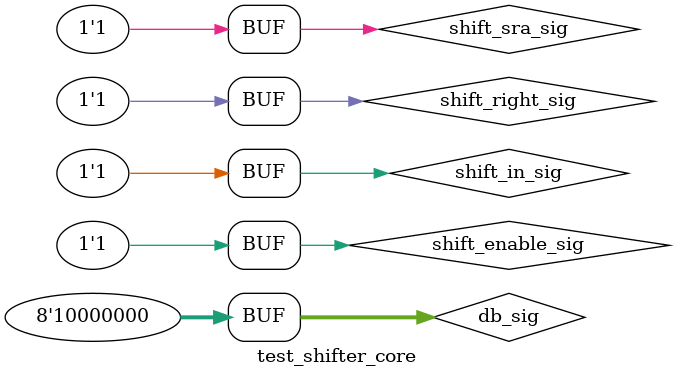
<source format=sv>
`timescale 100 ps/ 100 ps
module test_shifter_core;

// ----------------- INPUT -----------------
reg [7:0] db_sig;           // Input data bus
reg shift_enable_sig;       // Enable input shift
reg shift_in_sig;           // Carry-in
reg shift_right_sig;        // Shift right (1) or left (0)
reg shift_sra_sig;          // SRA instruction, keep bit [7]

// ----------------- OUTPUT -----------------
wire shift_out_sig;         // Carry bit after the input shifting
wire [3:0] out_high_sig;    // To internal ALU bus, high nibble
wire [3:0] out_low_sig;     // ..low nibble

initial begin
    db_sig = 8'h00;
    shift_enable_sig = 0;
    shift_right_sig = 0;
    shift_in_sig = 0;
    shift_sra_sig = 0;

    //------------------------------------------------------------
    // Test load without shifting
    #1  db_sig = 8'hAA;
    #1  db_sig = 8'h55;

    //------------------------------------------------------------
    // Test right shift, no carry-in
    #1  db_sig = 8'b00000001;
        shift_enable_sig = 1;
        shift_right_sig = 0;
        shift_in_sig = 0;
    #1  db_sig = 8'b00000010;
    #1  db_sig = 8'b00000100;
    #1  db_sig = 8'b00001000;
    #1  db_sig = 8'b00010000;
    #1  db_sig = 8'b00100000;
    #1  db_sig = 8'b01000000;
    #1  db_sig = 8'b10000000;
    // With carry-in
    #1  db_sig = 8'b00000001;
        shift_in_sig = 1;
    #1  db_sig = 8'b00000010;
    #1  db_sig = 8'b00000100;
    #1  db_sig = 8'b00001000;
    #1  db_sig = 8'b00010000;
    #1  db_sig = 8'b00100000;
    #1  db_sig = 8'b01000000;
    #1  db_sig = 8'b10000000;

    //------------------------------------------------------------
    // Test left shift, no carry-in
    #1  db_sig = 8'b00000001;
        shift_enable_sig = 1;
        shift_right_sig = 1;
        shift_in_sig = 0;
    #1  db_sig = 8'b00000010;
    #1  db_sig = 8'b00000100;
    #1  db_sig = 8'b00001000;
    #1  db_sig = 8'b00010000;
    #1  db_sig = 8'b00100000;
    #1  db_sig = 8'b01000000;
    #1  db_sig = 8'b10000000;
    // With carry-in
    #1  db_sig = 8'b00000001;
        shift_in_sig = 1;
    #1  db_sig = 8'b00000010;
    #1  db_sig = 8'b00000100;
    #1  db_sig = 8'b00001000;
    #1  db_sig = 8'b00010000;
    #1  db_sig = 8'b00100000;
    #1  db_sig = 8'b01000000;
    #1  db_sig = 8'b10000000;

    //------------------------------------------------------------
    // Test right shift, no carry-in - special SRA instruction
    // This instruction simply duplicates bit [7] instead of using CY
    #1  db_sig = 8'b00000001;
        shift_enable_sig = 1;
        shift_right_sig = 1;
        shift_in_sig = 0;
        shift_sra_sig = 1;
    #1  db_sig = 8'b00000010;
    #1  db_sig = 8'b00000100;
    #1  db_sig = 8'b00001000;
    #1  db_sig = 8'b00010000;
    #1  db_sig = 8'b00100000;
    #1  db_sig = 8'b01000000;
    #1  db_sig = 8'b10000000;
    // With carry-in
    #1  db_sig = 8'b00000001;
        shift_in_sig = 1;
    #1  db_sig = 8'b00000010;
    #1  db_sig = 8'b00000100;
    #1  db_sig = 8'b00001000;
    #1  db_sig = 8'b00010000;
    #1  db_sig = 8'b00100000;
    #1  db_sig = 8'b01000000;
    #1  db_sig = 8'b10000000;

    #1 $display("End of test");
end

//--------------------------------------------------------------
// Instantiate ALU shifter core block
//--------------------------------------------------------------
alu_shifter_core alu_shifter_core_inst
(
	.shift_enable(shift_enable_sig) ,	// input  shift_enable_sig
	.shift_right(shift_right_sig) ,	// input  shift_right_sig
	.shift_in(shift_in_sig) ,	// input  shift_in_sig
	.shift_sra(shift_sra_sig) , 	// input shift_sra_sig
	.db(db_sig) ,	// input [7:0] db_sig
	.shift_out(shift_out_sig) ,	// output  shift_out_sig
	.out_high(out_high_sig) ,	// output [3:0] out_high_sig
	.out_low(out_low_sig) 	// output [3:0] out_low_sig
);

endmodule

</source>
